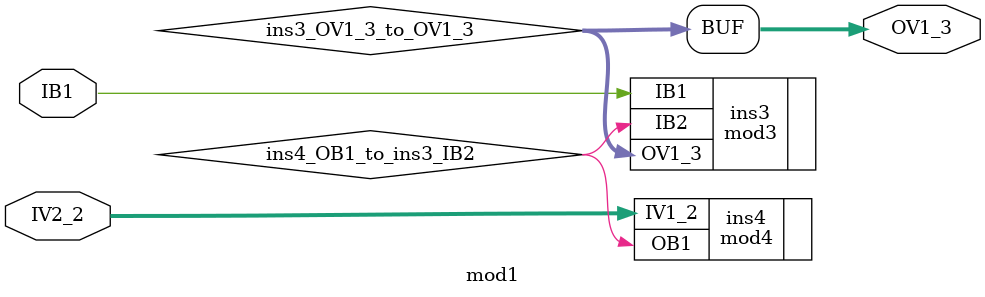
<source format=sv>
module mod1 (
  input logic       	IB1,
  input logic [2:0] 	IV2_2,
  output logic [3:0] 	OV1_3
);

logic       	ins4_OB1_to_ins3_IB2;
logic [3:0] 	ins3_OV1_3_to_OV1_3;

mod3 ins3 (
  .IB1      (IB1),
  .IB2      (ins4_OB1_to_ins3_IB2),
  .OV1_3    (ins3_OV1_3_to_OV1_3)
);

mod4 ins4 (
  .IV1_2    (IV2_2),
  .OB1      (ins4_OB1_to_ins3_IB2)
);

assign OV1_3  = ins3_OV1_3_to_OV1_3;

endmodule: mod1
</source>
